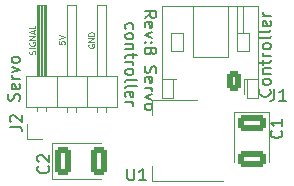
<source format=gto>
G04 #@! TF.GenerationSoftware,KiCad,Pcbnew,(7.0.0)*
G04 #@! TF.CreationDate,2023-03-10T21:16:59+00:00*
G04 #@! TF.ProjectId,12v_servo_driver,3132765f-7365-4727-966f-5f6472697665,A*
G04 #@! TF.SameCoordinates,Original*
G04 #@! TF.FileFunction,Legend,Top*
G04 #@! TF.FilePolarity,Positive*
%FSLAX46Y46*%
G04 Gerber Fmt 4.6, Leading zero omitted, Abs format (unit mm)*
G04 Created by KiCad (PCBNEW (7.0.0)) date 2023-03-10 21:16:59*
%MOMM*%
%LPD*%
G01*
G04 APERTURE LIST*
G04 Aperture macros list*
%AMRoundRect*
0 Rectangle with rounded corners*
0 $1 Rounding radius*
0 $2 $3 $4 $5 $6 $7 $8 $9 X,Y pos of 4 corners*
0 Add a 4 corners polygon primitive as box body*
4,1,4,$2,$3,$4,$5,$6,$7,$8,$9,$2,$3,0*
0 Add four circle primitives for the rounded corners*
1,1,$1+$1,$2,$3*
1,1,$1+$1,$4,$5*
1,1,$1+$1,$6,$7*
1,1,$1+$1,$8,$9*
0 Add four rect primitives between the rounded corners*
20,1,$1+$1,$2,$3,$4,$5,0*
20,1,$1+$1,$4,$5,$6,$7,0*
20,1,$1+$1,$6,$7,$8,$9,0*
20,1,$1+$1,$8,$9,$2,$3,0*%
G04 Aperture macros list end*
%ADD10C,0.150000*%
%ADD11C,0.100000*%
%ADD12C,0.120000*%
%ADD13RoundRect,0.249999X-0.925001X0.412501X-0.925001X-0.412501X0.925001X-0.412501X0.925001X0.412501X0*%
%ADD14RoundRect,0.249999X-0.412501X-0.925001X0.412501X-0.925001X0.412501X0.925001X-0.412501X0.925001X0*%
%ADD15R,1.700000X1.700000*%
%ADD16O,1.700000X1.700000*%
%ADD17R,2.000000X1.500000*%
%ADD18R,2.000000X3.800000*%
%ADD19RoundRect,0.250000X0.350000X0.625000X-0.350000X0.625000X-0.350000X-0.625000X0.350000X-0.625000X0*%
%ADD20O,1.200000X1.750000*%
%ADD21C,3.200000*%
G04 APERTURE END LIST*
D10*
X152442619Y-104614285D02*
X152918809Y-104280952D01*
X152442619Y-104042857D02*
X153442619Y-104042857D01*
X153442619Y-104042857D02*
X153442619Y-104423809D01*
X153442619Y-104423809D02*
X153395000Y-104519047D01*
X153395000Y-104519047D02*
X153347380Y-104566666D01*
X153347380Y-104566666D02*
X153252142Y-104614285D01*
X153252142Y-104614285D02*
X153109285Y-104614285D01*
X153109285Y-104614285D02*
X153014047Y-104566666D01*
X153014047Y-104566666D02*
X152966428Y-104519047D01*
X152966428Y-104519047D02*
X152918809Y-104423809D01*
X152918809Y-104423809D02*
X152918809Y-104042857D01*
X152490238Y-105423809D02*
X152442619Y-105328571D01*
X152442619Y-105328571D02*
X152442619Y-105138095D01*
X152442619Y-105138095D02*
X152490238Y-105042857D01*
X152490238Y-105042857D02*
X152585476Y-104995238D01*
X152585476Y-104995238D02*
X152966428Y-104995238D01*
X152966428Y-104995238D02*
X153061666Y-105042857D01*
X153061666Y-105042857D02*
X153109285Y-105138095D01*
X153109285Y-105138095D02*
X153109285Y-105328571D01*
X153109285Y-105328571D02*
X153061666Y-105423809D01*
X153061666Y-105423809D02*
X152966428Y-105471428D01*
X152966428Y-105471428D02*
X152871190Y-105471428D01*
X152871190Y-105471428D02*
X152775952Y-104995238D01*
X153109285Y-105804762D02*
X152442619Y-106042857D01*
X152442619Y-106042857D02*
X153109285Y-106280952D01*
X152537857Y-106661905D02*
X152490238Y-106709524D01*
X152490238Y-106709524D02*
X152442619Y-106661905D01*
X152442619Y-106661905D02*
X152490238Y-106614286D01*
X152490238Y-106614286D02*
X152537857Y-106661905D01*
X152537857Y-106661905D02*
X152442619Y-106661905D01*
X153061666Y-106661905D02*
X153014047Y-106709524D01*
X153014047Y-106709524D02*
X152966428Y-106661905D01*
X152966428Y-106661905D02*
X153014047Y-106614286D01*
X153014047Y-106614286D02*
X153061666Y-106661905D01*
X153061666Y-106661905D02*
X152966428Y-106661905D01*
X152966428Y-107471428D02*
X152918809Y-107614285D01*
X152918809Y-107614285D02*
X152871190Y-107661904D01*
X152871190Y-107661904D02*
X152775952Y-107709523D01*
X152775952Y-107709523D02*
X152633095Y-107709523D01*
X152633095Y-107709523D02*
X152537857Y-107661904D01*
X152537857Y-107661904D02*
X152490238Y-107614285D01*
X152490238Y-107614285D02*
X152442619Y-107519047D01*
X152442619Y-107519047D02*
X152442619Y-107138095D01*
X152442619Y-107138095D02*
X153442619Y-107138095D01*
X153442619Y-107138095D02*
X153442619Y-107471428D01*
X153442619Y-107471428D02*
X153395000Y-107566666D01*
X153395000Y-107566666D02*
X153347380Y-107614285D01*
X153347380Y-107614285D02*
X153252142Y-107661904D01*
X153252142Y-107661904D02*
X153156904Y-107661904D01*
X153156904Y-107661904D02*
X153061666Y-107614285D01*
X153061666Y-107614285D02*
X153014047Y-107566666D01*
X153014047Y-107566666D02*
X152966428Y-107471428D01*
X152966428Y-107471428D02*
X152966428Y-107138095D01*
X152490238Y-108690476D02*
X152442619Y-108833333D01*
X152442619Y-108833333D02*
X152442619Y-109071428D01*
X152442619Y-109071428D02*
X152490238Y-109166666D01*
X152490238Y-109166666D02*
X152537857Y-109214285D01*
X152537857Y-109214285D02*
X152633095Y-109261904D01*
X152633095Y-109261904D02*
X152728333Y-109261904D01*
X152728333Y-109261904D02*
X152823571Y-109214285D01*
X152823571Y-109214285D02*
X152871190Y-109166666D01*
X152871190Y-109166666D02*
X152918809Y-109071428D01*
X152918809Y-109071428D02*
X152966428Y-108880952D01*
X152966428Y-108880952D02*
X153014047Y-108785714D01*
X153014047Y-108785714D02*
X153061666Y-108738095D01*
X153061666Y-108738095D02*
X153156904Y-108690476D01*
X153156904Y-108690476D02*
X153252142Y-108690476D01*
X153252142Y-108690476D02*
X153347380Y-108738095D01*
X153347380Y-108738095D02*
X153395000Y-108785714D01*
X153395000Y-108785714D02*
X153442619Y-108880952D01*
X153442619Y-108880952D02*
X153442619Y-109119047D01*
X153442619Y-109119047D02*
X153395000Y-109261904D01*
X152490238Y-110071428D02*
X152442619Y-109976190D01*
X152442619Y-109976190D02*
X152442619Y-109785714D01*
X152442619Y-109785714D02*
X152490238Y-109690476D01*
X152490238Y-109690476D02*
X152585476Y-109642857D01*
X152585476Y-109642857D02*
X152966428Y-109642857D01*
X152966428Y-109642857D02*
X153061666Y-109690476D01*
X153061666Y-109690476D02*
X153109285Y-109785714D01*
X153109285Y-109785714D02*
X153109285Y-109976190D01*
X153109285Y-109976190D02*
X153061666Y-110071428D01*
X153061666Y-110071428D02*
X152966428Y-110119047D01*
X152966428Y-110119047D02*
X152871190Y-110119047D01*
X152871190Y-110119047D02*
X152775952Y-109642857D01*
X152442619Y-110547619D02*
X153109285Y-110547619D01*
X152918809Y-110547619D02*
X153014047Y-110595238D01*
X153014047Y-110595238D02*
X153061666Y-110642857D01*
X153061666Y-110642857D02*
X153109285Y-110738095D01*
X153109285Y-110738095D02*
X153109285Y-110833333D01*
X153109285Y-111071429D02*
X152442619Y-111309524D01*
X152442619Y-111309524D02*
X153109285Y-111547619D01*
X152442619Y-112071429D02*
X152490238Y-111976191D01*
X152490238Y-111976191D02*
X152537857Y-111928572D01*
X152537857Y-111928572D02*
X152633095Y-111880953D01*
X152633095Y-111880953D02*
X152918809Y-111880953D01*
X152918809Y-111880953D02*
X153014047Y-111928572D01*
X153014047Y-111928572D02*
X153061666Y-111976191D01*
X153061666Y-111976191D02*
X153109285Y-112071429D01*
X153109285Y-112071429D02*
X153109285Y-112214286D01*
X153109285Y-112214286D02*
X153061666Y-112309524D01*
X153061666Y-112309524D02*
X153014047Y-112357143D01*
X153014047Y-112357143D02*
X152918809Y-112404762D01*
X152918809Y-112404762D02*
X152633095Y-112404762D01*
X152633095Y-112404762D02*
X152537857Y-112357143D01*
X152537857Y-112357143D02*
X152490238Y-112309524D01*
X152490238Y-112309524D02*
X152442619Y-112214286D01*
X152442619Y-112214286D02*
X152442619Y-112071429D01*
X150870238Y-105523808D02*
X150822619Y-105428570D01*
X150822619Y-105428570D02*
X150822619Y-105238094D01*
X150822619Y-105238094D02*
X150870238Y-105142856D01*
X150870238Y-105142856D02*
X150917857Y-105095237D01*
X150917857Y-105095237D02*
X151013095Y-105047618D01*
X151013095Y-105047618D02*
X151298809Y-105047618D01*
X151298809Y-105047618D02*
X151394047Y-105095237D01*
X151394047Y-105095237D02*
X151441666Y-105142856D01*
X151441666Y-105142856D02*
X151489285Y-105238094D01*
X151489285Y-105238094D02*
X151489285Y-105428570D01*
X151489285Y-105428570D02*
X151441666Y-105523808D01*
X150822619Y-106095237D02*
X150870238Y-105999999D01*
X150870238Y-105999999D02*
X150917857Y-105952380D01*
X150917857Y-105952380D02*
X151013095Y-105904761D01*
X151013095Y-105904761D02*
X151298809Y-105904761D01*
X151298809Y-105904761D02*
X151394047Y-105952380D01*
X151394047Y-105952380D02*
X151441666Y-105999999D01*
X151441666Y-105999999D02*
X151489285Y-106095237D01*
X151489285Y-106095237D02*
X151489285Y-106238094D01*
X151489285Y-106238094D02*
X151441666Y-106333332D01*
X151441666Y-106333332D02*
X151394047Y-106380951D01*
X151394047Y-106380951D02*
X151298809Y-106428570D01*
X151298809Y-106428570D02*
X151013095Y-106428570D01*
X151013095Y-106428570D02*
X150917857Y-106380951D01*
X150917857Y-106380951D02*
X150870238Y-106333332D01*
X150870238Y-106333332D02*
X150822619Y-106238094D01*
X150822619Y-106238094D02*
X150822619Y-106095237D01*
X151489285Y-106857142D02*
X150822619Y-106857142D01*
X151394047Y-106857142D02*
X151441666Y-106904761D01*
X151441666Y-106904761D02*
X151489285Y-106999999D01*
X151489285Y-106999999D02*
X151489285Y-107142856D01*
X151489285Y-107142856D02*
X151441666Y-107238094D01*
X151441666Y-107238094D02*
X151346428Y-107285713D01*
X151346428Y-107285713D02*
X150822619Y-107285713D01*
X151489285Y-107619047D02*
X151489285Y-107999999D01*
X151822619Y-107761904D02*
X150965476Y-107761904D01*
X150965476Y-107761904D02*
X150870238Y-107809523D01*
X150870238Y-107809523D02*
X150822619Y-107904761D01*
X150822619Y-107904761D02*
X150822619Y-107999999D01*
X150822619Y-108333333D02*
X151489285Y-108333333D01*
X151298809Y-108333333D02*
X151394047Y-108380952D01*
X151394047Y-108380952D02*
X151441666Y-108428571D01*
X151441666Y-108428571D02*
X151489285Y-108523809D01*
X151489285Y-108523809D02*
X151489285Y-108619047D01*
X150822619Y-109095238D02*
X150870238Y-109000000D01*
X150870238Y-109000000D02*
X150917857Y-108952381D01*
X150917857Y-108952381D02*
X151013095Y-108904762D01*
X151013095Y-108904762D02*
X151298809Y-108904762D01*
X151298809Y-108904762D02*
X151394047Y-108952381D01*
X151394047Y-108952381D02*
X151441666Y-109000000D01*
X151441666Y-109000000D02*
X151489285Y-109095238D01*
X151489285Y-109095238D02*
X151489285Y-109238095D01*
X151489285Y-109238095D02*
X151441666Y-109333333D01*
X151441666Y-109333333D02*
X151394047Y-109380952D01*
X151394047Y-109380952D02*
X151298809Y-109428571D01*
X151298809Y-109428571D02*
X151013095Y-109428571D01*
X151013095Y-109428571D02*
X150917857Y-109380952D01*
X150917857Y-109380952D02*
X150870238Y-109333333D01*
X150870238Y-109333333D02*
X150822619Y-109238095D01*
X150822619Y-109238095D02*
X150822619Y-109095238D01*
X150822619Y-110000000D02*
X150870238Y-109904762D01*
X150870238Y-109904762D02*
X150965476Y-109857143D01*
X150965476Y-109857143D02*
X151822619Y-109857143D01*
X150822619Y-110523810D02*
X150870238Y-110428572D01*
X150870238Y-110428572D02*
X150965476Y-110380953D01*
X150965476Y-110380953D02*
X151822619Y-110380953D01*
X150870238Y-111285715D02*
X150822619Y-111190477D01*
X150822619Y-111190477D02*
X150822619Y-111000001D01*
X150822619Y-111000001D02*
X150870238Y-110904763D01*
X150870238Y-110904763D02*
X150965476Y-110857144D01*
X150965476Y-110857144D02*
X151346428Y-110857144D01*
X151346428Y-110857144D02*
X151441666Y-110904763D01*
X151441666Y-110904763D02*
X151489285Y-111000001D01*
X151489285Y-111000001D02*
X151489285Y-111190477D01*
X151489285Y-111190477D02*
X151441666Y-111285715D01*
X151441666Y-111285715D02*
X151346428Y-111333334D01*
X151346428Y-111333334D02*
X151251190Y-111333334D01*
X151251190Y-111333334D02*
X151155952Y-110857144D01*
X150822619Y-111761906D02*
X151489285Y-111761906D01*
X151298809Y-111761906D02*
X151394047Y-111809525D01*
X151394047Y-111809525D02*
X151441666Y-111857144D01*
X151441666Y-111857144D02*
X151489285Y-111952382D01*
X151489285Y-111952382D02*
X151489285Y-112047620D01*
D11*
X147707500Y-106880952D02*
X147683690Y-106928571D01*
X147683690Y-106928571D02*
X147683690Y-107000000D01*
X147683690Y-107000000D02*
X147707500Y-107071428D01*
X147707500Y-107071428D02*
X147755119Y-107119047D01*
X147755119Y-107119047D02*
X147802738Y-107142857D01*
X147802738Y-107142857D02*
X147897976Y-107166666D01*
X147897976Y-107166666D02*
X147969404Y-107166666D01*
X147969404Y-107166666D02*
X148064642Y-107142857D01*
X148064642Y-107142857D02*
X148112261Y-107119047D01*
X148112261Y-107119047D02*
X148159880Y-107071428D01*
X148159880Y-107071428D02*
X148183690Y-107000000D01*
X148183690Y-107000000D02*
X148183690Y-106952381D01*
X148183690Y-106952381D02*
X148159880Y-106880952D01*
X148159880Y-106880952D02*
X148136071Y-106857143D01*
X148136071Y-106857143D02*
X147969404Y-106857143D01*
X147969404Y-106857143D02*
X147969404Y-106952381D01*
X148183690Y-106642857D02*
X147683690Y-106642857D01*
X147683690Y-106642857D02*
X148183690Y-106357143D01*
X148183690Y-106357143D02*
X147683690Y-106357143D01*
X148183690Y-106119047D02*
X147683690Y-106119047D01*
X147683690Y-106119047D02*
X147683690Y-105999999D01*
X147683690Y-105999999D02*
X147707500Y-105928571D01*
X147707500Y-105928571D02*
X147755119Y-105880952D01*
X147755119Y-105880952D02*
X147802738Y-105857142D01*
X147802738Y-105857142D02*
X147897976Y-105833333D01*
X147897976Y-105833333D02*
X147969404Y-105833333D01*
X147969404Y-105833333D02*
X148064642Y-105857142D01*
X148064642Y-105857142D02*
X148112261Y-105880952D01*
X148112261Y-105880952D02*
X148159880Y-105928571D01*
X148159880Y-105928571D02*
X148183690Y-105999999D01*
X148183690Y-105999999D02*
X148183690Y-106119047D01*
X145183690Y-106595237D02*
X145183690Y-106833332D01*
X145183690Y-106833332D02*
X145421785Y-106857141D01*
X145421785Y-106857141D02*
X145397976Y-106833332D01*
X145397976Y-106833332D02*
X145374166Y-106785713D01*
X145374166Y-106785713D02*
X145374166Y-106666665D01*
X145374166Y-106666665D02*
X145397976Y-106619046D01*
X145397976Y-106619046D02*
X145421785Y-106595237D01*
X145421785Y-106595237D02*
X145469404Y-106571427D01*
X145469404Y-106571427D02*
X145588452Y-106571427D01*
X145588452Y-106571427D02*
X145636071Y-106595237D01*
X145636071Y-106595237D02*
X145659880Y-106619046D01*
X145659880Y-106619046D02*
X145683690Y-106666665D01*
X145683690Y-106666665D02*
X145683690Y-106785713D01*
X145683690Y-106785713D02*
X145659880Y-106833332D01*
X145659880Y-106833332D02*
X145636071Y-106857141D01*
X145183690Y-106428570D02*
X145683690Y-106261904D01*
X145683690Y-106261904D02*
X145183690Y-106095237D01*
X143159880Y-107690475D02*
X143183690Y-107619047D01*
X143183690Y-107619047D02*
X143183690Y-107499999D01*
X143183690Y-107499999D02*
X143159880Y-107452380D01*
X143159880Y-107452380D02*
X143136071Y-107428571D01*
X143136071Y-107428571D02*
X143088452Y-107404761D01*
X143088452Y-107404761D02*
X143040833Y-107404761D01*
X143040833Y-107404761D02*
X142993214Y-107428571D01*
X142993214Y-107428571D02*
X142969404Y-107452380D01*
X142969404Y-107452380D02*
X142945595Y-107499999D01*
X142945595Y-107499999D02*
X142921785Y-107595237D01*
X142921785Y-107595237D02*
X142897976Y-107642856D01*
X142897976Y-107642856D02*
X142874166Y-107666666D01*
X142874166Y-107666666D02*
X142826547Y-107690475D01*
X142826547Y-107690475D02*
X142778928Y-107690475D01*
X142778928Y-107690475D02*
X142731309Y-107666666D01*
X142731309Y-107666666D02*
X142707500Y-107642856D01*
X142707500Y-107642856D02*
X142683690Y-107595237D01*
X142683690Y-107595237D02*
X142683690Y-107476190D01*
X142683690Y-107476190D02*
X142707500Y-107404761D01*
X143183690Y-107190476D02*
X142683690Y-107190476D01*
X142707500Y-106690476D02*
X142683690Y-106738095D01*
X142683690Y-106738095D02*
X142683690Y-106809524D01*
X142683690Y-106809524D02*
X142707500Y-106880952D01*
X142707500Y-106880952D02*
X142755119Y-106928571D01*
X142755119Y-106928571D02*
X142802738Y-106952381D01*
X142802738Y-106952381D02*
X142897976Y-106976190D01*
X142897976Y-106976190D02*
X142969404Y-106976190D01*
X142969404Y-106976190D02*
X143064642Y-106952381D01*
X143064642Y-106952381D02*
X143112261Y-106928571D01*
X143112261Y-106928571D02*
X143159880Y-106880952D01*
X143159880Y-106880952D02*
X143183690Y-106809524D01*
X143183690Y-106809524D02*
X143183690Y-106761905D01*
X143183690Y-106761905D02*
X143159880Y-106690476D01*
X143159880Y-106690476D02*
X143136071Y-106666667D01*
X143136071Y-106666667D02*
X142969404Y-106666667D01*
X142969404Y-106666667D02*
X142969404Y-106761905D01*
X143183690Y-106452381D02*
X142683690Y-106452381D01*
X142683690Y-106452381D02*
X143183690Y-106166667D01*
X143183690Y-106166667D02*
X142683690Y-106166667D01*
X143040833Y-105952380D02*
X143040833Y-105714285D01*
X143183690Y-105999999D02*
X142683690Y-105833333D01*
X142683690Y-105833333D02*
X143183690Y-105666666D01*
X143183690Y-105261905D02*
X143183690Y-105500000D01*
X143183690Y-105500000D02*
X142683690Y-105500000D01*
D10*
X163022142Y-110654763D02*
X163069761Y-110702382D01*
X163069761Y-110702382D02*
X163117380Y-110845239D01*
X163117380Y-110845239D02*
X163117380Y-110940477D01*
X163117380Y-110940477D02*
X163069761Y-111083334D01*
X163069761Y-111083334D02*
X162974523Y-111178572D01*
X162974523Y-111178572D02*
X162879285Y-111226191D01*
X162879285Y-111226191D02*
X162688809Y-111273810D01*
X162688809Y-111273810D02*
X162545952Y-111273810D01*
X162545952Y-111273810D02*
X162355476Y-111226191D01*
X162355476Y-111226191D02*
X162260238Y-111178572D01*
X162260238Y-111178572D02*
X162165000Y-111083334D01*
X162165000Y-111083334D02*
X162117380Y-110940477D01*
X162117380Y-110940477D02*
X162117380Y-110845239D01*
X162117380Y-110845239D02*
X162165000Y-110702382D01*
X162165000Y-110702382D02*
X162212619Y-110654763D01*
X163117380Y-110083334D02*
X163069761Y-110178572D01*
X163069761Y-110178572D02*
X163022142Y-110226191D01*
X163022142Y-110226191D02*
X162926904Y-110273810D01*
X162926904Y-110273810D02*
X162641190Y-110273810D01*
X162641190Y-110273810D02*
X162545952Y-110226191D01*
X162545952Y-110226191D02*
X162498333Y-110178572D01*
X162498333Y-110178572D02*
X162450714Y-110083334D01*
X162450714Y-110083334D02*
X162450714Y-109940477D01*
X162450714Y-109940477D02*
X162498333Y-109845239D01*
X162498333Y-109845239D02*
X162545952Y-109797620D01*
X162545952Y-109797620D02*
X162641190Y-109750001D01*
X162641190Y-109750001D02*
X162926904Y-109750001D01*
X162926904Y-109750001D02*
X163022142Y-109797620D01*
X163022142Y-109797620D02*
X163069761Y-109845239D01*
X163069761Y-109845239D02*
X163117380Y-109940477D01*
X163117380Y-109940477D02*
X163117380Y-110083334D01*
X162450714Y-109321429D02*
X163117380Y-109321429D01*
X162545952Y-109321429D02*
X162498333Y-109273810D01*
X162498333Y-109273810D02*
X162450714Y-109178572D01*
X162450714Y-109178572D02*
X162450714Y-109035715D01*
X162450714Y-109035715D02*
X162498333Y-108940477D01*
X162498333Y-108940477D02*
X162593571Y-108892858D01*
X162593571Y-108892858D02*
X163117380Y-108892858D01*
X162450714Y-108559524D02*
X162450714Y-108178572D01*
X162117380Y-108416667D02*
X162974523Y-108416667D01*
X162974523Y-108416667D02*
X163069761Y-108369048D01*
X163069761Y-108369048D02*
X163117380Y-108273810D01*
X163117380Y-108273810D02*
X163117380Y-108178572D01*
X163117380Y-107845238D02*
X162450714Y-107845238D01*
X162641190Y-107845238D02*
X162545952Y-107797619D01*
X162545952Y-107797619D02*
X162498333Y-107750000D01*
X162498333Y-107750000D02*
X162450714Y-107654762D01*
X162450714Y-107654762D02*
X162450714Y-107559524D01*
X163117380Y-107083333D02*
X163069761Y-107178571D01*
X163069761Y-107178571D02*
X163022142Y-107226190D01*
X163022142Y-107226190D02*
X162926904Y-107273809D01*
X162926904Y-107273809D02*
X162641190Y-107273809D01*
X162641190Y-107273809D02*
X162545952Y-107226190D01*
X162545952Y-107226190D02*
X162498333Y-107178571D01*
X162498333Y-107178571D02*
X162450714Y-107083333D01*
X162450714Y-107083333D02*
X162450714Y-106940476D01*
X162450714Y-106940476D02*
X162498333Y-106845238D01*
X162498333Y-106845238D02*
X162545952Y-106797619D01*
X162545952Y-106797619D02*
X162641190Y-106750000D01*
X162641190Y-106750000D02*
X162926904Y-106750000D01*
X162926904Y-106750000D02*
X163022142Y-106797619D01*
X163022142Y-106797619D02*
X163069761Y-106845238D01*
X163069761Y-106845238D02*
X163117380Y-106940476D01*
X163117380Y-106940476D02*
X163117380Y-107083333D01*
X163117380Y-106178571D02*
X163069761Y-106273809D01*
X163069761Y-106273809D02*
X162974523Y-106321428D01*
X162974523Y-106321428D02*
X162117380Y-106321428D01*
X163117380Y-105654761D02*
X163069761Y-105749999D01*
X163069761Y-105749999D02*
X162974523Y-105797618D01*
X162974523Y-105797618D02*
X162117380Y-105797618D01*
X163069761Y-104892856D02*
X163117380Y-104988094D01*
X163117380Y-104988094D02*
X163117380Y-105178570D01*
X163117380Y-105178570D02*
X163069761Y-105273808D01*
X163069761Y-105273808D02*
X162974523Y-105321427D01*
X162974523Y-105321427D02*
X162593571Y-105321427D01*
X162593571Y-105321427D02*
X162498333Y-105273808D01*
X162498333Y-105273808D02*
X162450714Y-105178570D01*
X162450714Y-105178570D02*
X162450714Y-104988094D01*
X162450714Y-104988094D02*
X162498333Y-104892856D01*
X162498333Y-104892856D02*
X162593571Y-104845237D01*
X162593571Y-104845237D02*
X162688809Y-104845237D01*
X162688809Y-104845237D02*
X162784047Y-105321427D01*
X163117380Y-104416665D02*
X162450714Y-104416665D01*
X162641190Y-104416665D02*
X162545952Y-104369046D01*
X162545952Y-104369046D02*
X162498333Y-104321427D01*
X162498333Y-104321427D02*
X162450714Y-104226189D01*
X162450714Y-104226189D02*
X162450714Y-104130951D01*
X141819761Y-111607142D02*
X141867380Y-111464285D01*
X141867380Y-111464285D02*
X141867380Y-111226190D01*
X141867380Y-111226190D02*
X141819761Y-111130952D01*
X141819761Y-111130952D02*
X141772142Y-111083333D01*
X141772142Y-111083333D02*
X141676904Y-111035714D01*
X141676904Y-111035714D02*
X141581666Y-111035714D01*
X141581666Y-111035714D02*
X141486428Y-111083333D01*
X141486428Y-111083333D02*
X141438809Y-111130952D01*
X141438809Y-111130952D02*
X141391190Y-111226190D01*
X141391190Y-111226190D02*
X141343571Y-111416666D01*
X141343571Y-111416666D02*
X141295952Y-111511904D01*
X141295952Y-111511904D02*
X141248333Y-111559523D01*
X141248333Y-111559523D02*
X141153095Y-111607142D01*
X141153095Y-111607142D02*
X141057857Y-111607142D01*
X141057857Y-111607142D02*
X140962619Y-111559523D01*
X140962619Y-111559523D02*
X140915000Y-111511904D01*
X140915000Y-111511904D02*
X140867380Y-111416666D01*
X140867380Y-111416666D02*
X140867380Y-111178571D01*
X140867380Y-111178571D02*
X140915000Y-111035714D01*
X141819761Y-110226190D02*
X141867380Y-110321428D01*
X141867380Y-110321428D02*
X141867380Y-110511904D01*
X141867380Y-110511904D02*
X141819761Y-110607142D01*
X141819761Y-110607142D02*
X141724523Y-110654761D01*
X141724523Y-110654761D02*
X141343571Y-110654761D01*
X141343571Y-110654761D02*
X141248333Y-110607142D01*
X141248333Y-110607142D02*
X141200714Y-110511904D01*
X141200714Y-110511904D02*
X141200714Y-110321428D01*
X141200714Y-110321428D02*
X141248333Y-110226190D01*
X141248333Y-110226190D02*
X141343571Y-110178571D01*
X141343571Y-110178571D02*
X141438809Y-110178571D01*
X141438809Y-110178571D02*
X141534047Y-110654761D01*
X141867380Y-109749999D02*
X141200714Y-109749999D01*
X141391190Y-109749999D02*
X141295952Y-109702380D01*
X141295952Y-109702380D02*
X141248333Y-109654761D01*
X141248333Y-109654761D02*
X141200714Y-109559523D01*
X141200714Y-109559523D02*
X141200714Y-109464285D01*
X141200714Y-109226189D02*
X141867380Y-108988094D01*
X141867380Y-108988094D02*
X141200714Y-108749999D01*
X141867380Y-108226189D02*
X141819761Y-108321427D01*
X141819761Y-108321427D02*
X141772142Y-108369046D01*
X141772142Y-108369046D02*
X141676904Y-108416665D01*
X141676904Y-108416665D02*
X141391190Y-108416665D01*
X141391190Y-108416665D02*
X141295952Y-108369046D01*
X141295952Y-108369046D02*
X141248333Y-108321427D01*
X141248333Y-108321427D02*
X141200714Y-108226189D01*
X141200714Y-108226189D02*
X141200714Y-108083332D01*
X141200714Y-108083332D02*
X141248333Y-107988094D01*
X141248333Y-107988094D02*
X141295952Y-107940475D01*
X141295952Y-107940475D02*
X141391190Y-107892856D01*
X141391190Y-107892856D02*
X141676904Y-107892856D01*
X141676904Y-107892856D02*
X141772142Y-107940475D01*
X141772142Y-107940475D02*
X141819761Y-107988094D01*
X141819761Y-107988094D02*
X141867380Y-108083332D01*
X141867380Y-108083332D02*
X141867380Y-108226189D01*
X164022142Y-114166666D02*
X164069761Y-114214285D01*
X164069761Y-114214285D02*
X164117380Y-114357142D01*
X164117380Y-114357142D02*
X164117380Y-114452380D01*
X164117380Y-114452380D02*
X164069761Y-114595237D01*
X164069761Y-114595237D02*
X163974523Y-114690475D01*
X163974523Y-114690475D02*
X163879285Y-114738094D01*
X163879285Y-114738094D02*
X163688809Y-114785713D01*
X163688809Y-114785713D02*
X163545952Y-114785713D01*
X163545952Y-114785713D02*
X163355476Y-114738094D01*
X163355476Y-114738094D02*
X163260238Y-114690475D01*
X163260238Y-114690475D02*
X163165000Y-114595237D01*
X163165000Y-114595237D02*
X163117380Y-114452380D01*
X163117380Y-114452380D02*
X163117380Y-114357142D01*
X163117380Y-114357142D02*
X163165000Y-114214285D01*
X163165000Y-114214285D02*
X163212619Y-114166666D01*
X164117380Y-113214285D02*
X164117380Y-113785713D01*
X164117380Y-113499999D02*
X163117380Y-113499999D01*
X163117380Y-113499999D02*
X163260238Y-113595237D01*
X163260238Y-113595237D02*
X163355476Y-113690475D01*
X163355476Y-113690475D02*
X163403095Y-113785713D01*
X144272142Y-117166666D02*
X144319761Y-117214285D01*
X144319761Y-117214285D02*
X144367380Y-117357142D01*
X144367380Y-117357142D02*
X144367380Y-117452380D01*
X144367380Y-117452380D02*
X144319761Y-117595237D01*
X144319761Y-117595237D02*
X144224523Y-117690475D01*
X144224523Y-117690475D02*
X144129285Y-117738094D01*
X144129285Y-117738094D02*
X143938809Y-117785713D01*
X143938809Y-117785713D02*
X143795952Y-117785713D01*
X143795952Y-117785713D02*
X143605476Y-117738094D01*
X143605476Y-117738094D02*
X143510238Y-117690475D01*
X143510238Y-117690475D02*
X143415000Y-117595237D01*
X143415000Y-117595237D02*
X143367380Y-117452380D01*
X143367380Y-117452380D02*
X143367380Y-117357142D01*
X143367380Y-117357142D02*
X143415000Y-117214285D01*
X143415000Y-117214285D02*
X143462619Y-117166666D01*
X143462619Y-116785713D02*
X143415000Y-116738094D01*
X143415000Y-116738094D02*
X143367380Y-116642856D01*
X143367380Y-116642856D02*
X143367380Y-116404761D01*
X143367380Y-116404761D02*
X143415000Y-116309523D01*
X143415000Y-116309523D02*
X143462619Y-116261904D01*
X143462619Y-116261904D02*
X143557857Y-116214285D01*
X143557857Y-116214285D02*
X143653095Y-116214285D01*
X143653095Y-116214285D02*
X143795952Y-116261904D01*
X143795952Y-116261904D02*
X144367380Y-116833332D01*
X144367380Y-116833332D02*
X144367380Y-116214285D01*
X141022280Y-113831333D02*
X141736566Y-113831333D01*
X141736566Y-113831333D02*
X141879423Y-113878952D01*
X141879423Y-113878952D02*
X141974661Y-113974190D01*
X141974661Y-113974190D02*
X142022280Y-114117047D01*
X142022280Y-114117047D02*
X142022280Y-114212285D01*
X141117519Y-113402761D02*
X141069900Y-113355142D01*
X141069900Y-113355142D02*
X141022280Y-113259904D01*
X141022280Y-113259904D02*
X141022280Y-113021809D01*
X141022280Y-113021809D02*
X141069900Y-112926571D01*
X141069900Y-112926571D02*
X141117519Y-112878952D01*
X141117519Y-112878952D02*
X141212757Y-112831333D01*
X141212757Y-112831333D02*
X141307995Y-112831333D01*
X141307995Y-112831333D02*
X141450852Y-112878952D01*
X141450852Y-112878952D02*
X142022280Y-113450380D01*
X142022280Y-113450380D02*
X142022280Y-112831333D01*
X150988095Y-117367380D02*
X150988095Y-118176904D01*
X150988095Y-118176904D02*
X151035714Y-118272142D01*
X151035714Y-118272142D02*
X151083333Y-118319761D01*
X151083333Y-118319761D02*
X151178571Y-118367380D01*
X151178571Y-118367380D02*
X151369047Y-118367380D01*
X151369047Y-118367380D02*
X151464285Y-118319761D01*
X151464285Y-118319761D02*
X151511904Y-118272142D01*
X151511904Y-118272142D02*
X151559523Y-118176904D01*
X151559523Y-118176904D02*
X151559523Y-117367380D01*
X152559523Y-118367380D02*
X151988095Y-118367380D01*
X152273809Y-118367380D02*
X152273809Y-117367380D01*
X152273809Y-117367380D02*
X152178571Y-117510238D01*
X152178571Y-117510238D02*
X152083333Y-117605476D01*
X152083333Y-117605476D02*
X151988095Y-117653095D01*
X163416666Y-110617380D02*
X163416666Y-111331666D01*
X163416666Y-111331666D02*
X163369047Y-111474523D01*
X163369047Y-111474523D02*
X163273809Y-111569761D01*
X163273809Y-111569761D02*
X163130952Y-111617380D01*
X163130952Y-111617380D02*
X163035714Y-111617380D01*
X164416666Y-111617380D02*
X163845238Y-111617380D01*
X164130952Y-111617380D02*
X164130952Y-110617380D01*
X164130952Y-110617380D02*
X164035714Y-110760238D01*
X164035714Y-110760238D02*
X163940476Y-110855476D01*
X163940476Y-110855476D02*
X163845238Y-110903095D01*
D12*
X163010000Y-112577500D02*
X159990000Y-112577500D01*
X159990000Y-112577500D02*
X159990000Y-116787500D01*
X163010000Y-116787500D02*
X163010000Y-112577500D01*
X144577500Y-115240000D02*
X144577500Y-118260000D01*
X144577500Y-118260000D02*
X148787500Y-118260000D01*
X148787500Y-115240000D02*
X144577500Y-115240000D01*
X142455000Y-114895000D02*
X142455000Y-113625000D01*
X143725000Y-114895000D02*
X142455000Y-114895000D01*
X145885000Y-112582071D02*
X145885000Y-112185000D01*
X146645000Y-112582071D02*
X146645000Y-112185000D01*
X148425000Y-112582071D02*
X148425000Y-112185000D01*
X149185000Y-112582071D02*
X149185000Y-112185000D01*
X143345000Y-112515000D02*
X143345000Y-112185000D01*
X144105000Y-112515000D02*
X144105000Y-112185000D01*
X142395000Y-112185000D02*
X150135000Y-112185000D01*
X144995000Y-112185000D02*
X144995000Y-109525000D01*
X147535000Y-112185000D02*
X147535000Y-109525000D01*
X150135000Y-112185000D02*
X150135000Y-109525000D01*
X142395000Y-109525000D02*
X142395000Y-112185000D01*
X143345000Y-109525000D02*
X143345000Y-103525000D01*
X143405000Y-109525000D02*
X143405000Y-103525000D01*
X143525000Y-109525000D02*
X143525000Y-103525000D01*
X143645000Y-109525000D02*
X143645000Y-103525000D01*
X143765000Y-109525000D02*
X143765000Y-103525000D01*
X143885000Y-109525000D02*
X143885000Y-103525000D01*
X144005000Y-109525000D02*
X144005000Y-103525000D01*
X145885000Y-109525000D02*
X145885000Y-103525000D01*
X148425000Y-109525000D02*
X148425000Y-103525000D01*
X150135000Y-109525000D02*
X142395000Y-109525000D01*
X143345000Y-103525000D02*
X144105000Y-103525000D01*
X144105000Y-103525000D02*
X144105000Y-109525000D01*
X145885000Y-103525000D02*
X146645000Y-103525000D01*
X146645000Y-103525000D02*
X146645000Y-109525000D01*
X148425000Y-103525000D02*
X149185000Y-103525000D01*
X149185000Y-103525000D02*
X149185000Y-109525000D01*
X159100000Y-118410000D02*
X153090000Y-118410000D01*
X156850000Y-111590000D02*
X153090000Y-111590000D01*
X153090000Y-118410000D02*
X153090000Y-117150000D01*
X153090000Y-111590000D02*
X153090000Y-112850000D01*
X162060000Y-111410000D02*
X162060000Y-103590000D01*
X162060000Y-109810000D02*
X161140000Y-109810000D01*
X162060000Y-103590000D02*
X153940000Y-103590000D01*
X161300000Y-107450000D02*
X161300000Y-105850000D01*
X161300000Y-105850000D02*
X160300000Y-105850000D01*
X161140000Y-111410000D02*
X162060000Y-111410000D01*
X161140000Y-109810000D02*
X161140000Y-111410000D01*
X160860000Y-109810000D02*
X161140000Y-109810000D01*
X160860000Y-109810000D02*
X160860000Y-111025000D01*
X160800000Y-105850000D02*
X160800000Y-103590000D01*
X160300000Y-107450000D02*
X161300000Y-107450000D01*
X160300000Y-105850000D02*
X160300000Y-107450000D01*
X160300000Y-105850000D02*
X160300000Y-103590000D01*
X159500000Y-107950000D02*
X156500000Y-107950000D01*
X159500000Y-103590000D02*
X159500000Y-107950000D01*
X156500000Y-107950000D02*
X156500000Y-103590000D01*
X155700000Y-107450000D02*
X154700000Y-107450000D01*
X155700000Y-105850000D02*
X155700000Y-107450000D01*
X154860000Y-111410000D02*
X154860000Y-109810000D01*
X154860000Y-109810000D02*
X155140000Y-109810000D01*
X154700000Y-107450000D02*
X154700000Y-105850000D01*
X154700000Y-105850000D02*
X155700000Y-105850000D01*
X153940000Y-111410000D02*
X154860000Y-111410000D01*
X153940000Y-109810000D02*
X154860000Y-109810000D01*
X153940000Y-103590000D02*
X153940000Y-111410000D01*
%LPC*%
D13*
X161500000Y-113500000D03*
X161500000Y-116575000D03*
D14*
X145500000Y-116750000D03*
X148575000Y-116750000D03*
D15*
X143724999Y-113624999D03*
D16*
X146264999Y-113624999D03*
X148804999Y-113624999D03*
D17*
X158149999Y-117299999D03*
X158149999Y-114999999D03*
X158149999Y-112699999D03*
D18*
X151849999Y-114999999D03*
D19*
X160000000Y-109950000D03*
D20*
X157999999Y-109949999D03*
X155999999Y-109949999D03*
D21*
X166751000Y-111125000D03*
X138049000Y-111125000D03*
M02*

</source>
